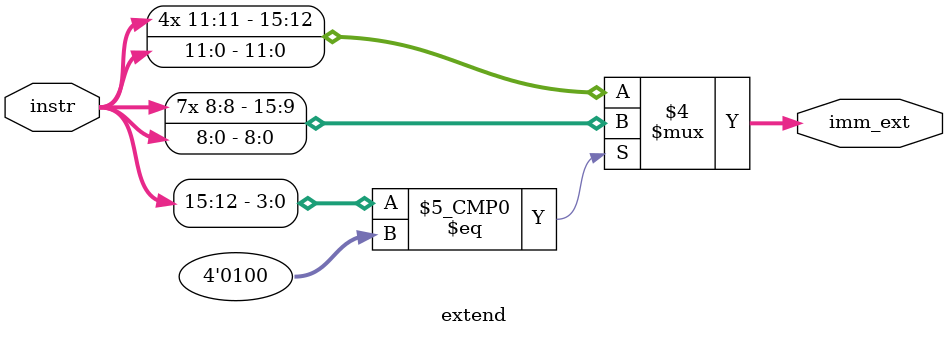
<source format=v>
module extend (
    input  [15:0] instr,      
    output reg [15:0] imm_ext 
);
    always @(*) begin
        case (instr[15:12])
            4'b0100: imm_ext = {{7{instr[8]}}, instr[8:0]};   // BranchZ (9-bit)
            4'b0010: imm_ext = {{4{instr[11]}}, instr[11:0]}; // Jump (12-bit)
            default: imm_ext = {{4{instr[11]}}, instr[11:0]}; // Others
        endcase
    end
endmodule

/*
module extend (
    input  [15:0] instr,      
    output reg [15:0] imm_ext 
);
    wire [3:0] opcode = instr[15:12];

    always @(*) begin
        case (opcode)
            4'b0100: 
                imm_ext = {{7{instr[8]}}, instr[8:0]}; 

            4'b0000, 4'b0001, 4'b0010, 4'b1100, 4'b1101, 4'b1110, 4'b1111: 
                imm_ext = {{4{instr[11]}}, instr[11:0]};

            default: 
                imm_ext = 16'b0;
        endcase
    end
endmodule
*/
</source>
